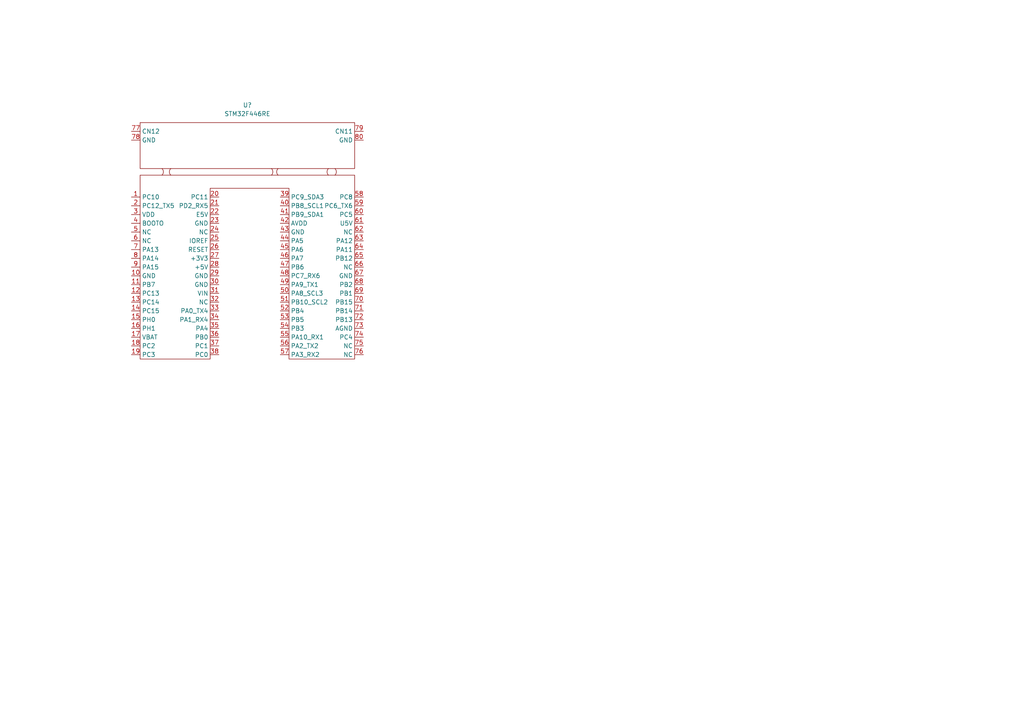
<source format=kicad_sch>
(kicad_sch (version 20211123) (generator eeschema)
  (paper "A4")
  (lib_symbols
    (symbol "STM32_F446RE:STM32F446RE"
      (property "Reference" "U" (at 0 0 0))
      (property "Value" "STM32F446RE" (at 0 0 0))
      (symbol "STM32F446RE_0_1"
        (arc (start -25.4 -17.78) (mid -25.0054 -16.8275) (end -25.4 -15.875))
        (arc (start -22.86 -15.875) (mid -23.2546 -16.8275) (end -22.86 -17.78))
        (polyline (pts (xy -31.75 -17.78) (xy 30.48 -17.78) (xy 30.48 -71.12) (xy 11.43 -71.12) (xy 11.43 -24.13) (xy 11.43 -21.59) (xy -11.43 -21.59) (xy -11.43 -71.12) (xy -31.75 -71.12) (xy -31.75 -17.78)))
        (arc (start 6.35 -17.78) (mid 6.7446 -16.8275) (end 6.35 -15.875))
        (arc (start 8.255 -15.875) (mid 7.8607 -16.8274) (end 8.255 -17.78))
        (arc (start 22.86 -15.875) (mid 20.5617 -16.8266) (end 22.86 -17.78))
        (arc (start 24.765 -17.78) (mid 27.064 -16.8266) (end 24.765 -15.875))
        (rectangle (start 30.48 -15.875) (end -31.75 -2.54))
      )
      (symbol "STM32F446RE_1_1"
        (pin input line (at -34.29 -24.13 0) (length 2.54) (name "PC10") (number "1"))
        (pin input line (at -34.29 -46.99 0) (length 2.54) (name "GND") (number "10"))
        (pin input line (at -34.29 -49.53 0) (length 2.54) (name "PB7") (number "11"))
        (pin input line (at -34.29 -52.07 0) (length 2.54) (name "PC13") (number "12"))
        (pin input line (at -34.29 -54.61 0) (length 2.54) (name "PC14") (number "13"))
        (pin input line (at -34.29 -57.15 0) (length 2.54) (name "PC15") (number "14"))
        (pin input line (at -34.29 -59.69 0) (length 2.54) (name "PH0") (number "15"))
        (pin input line (at -34.29 -62.23 0) (length 2.54) (name "PH1") (number "16"))
        (pin input line (at -34.29 -64.77 0) (length 2.54) (name "VBAT") (number "17"))
        (pin input line (at -34.29 -67.31 0) (length 2.54) (name "PC2") (number "18"))
        (pin input line (at -34.29 -69.85 0) (length 2.54) (name "PC3") (number "19"))
        (pin input line (at -34.29 -26.67 0) (length 2.54) (name "PC12_TX5") (number "2"))
        (pin input line (at -8.89 -24.13 180) (length 2.54) (name "PC11") (number "20"))
        (pin input line (at -8.89 -26.67 180) (length 2.54) (name "PD2_RX5") (number "21"))
        (pin input line (at -8.89 -29.21 180) (length 2.54) (name "E5V") (number "22"))
        (pin input line (at -8.89 -31.75 180) (length 2.54) (name "GND") (number "23"))
        (pin input line (at -8.89 -34.29 180) (length 2.54) (name "NC") (number "24"))
        (pin input line (at -8.89 -36.83 180) (length 2.54) (name "IOREF") (number "25"))
        (pin input line (at -8.89 -39.37 180) (length 2.54) (name "RESET") (number "26"))
        (pin input line (at -8.89 -41.91 180) (length 2.54) (name "+3V3") (number "27"))
        (pin input line (at -8.89 -44.45 180) (length 2.54) (name "+5V") (number "28"))
        (pin input line (at -8.89 -46.99 180) (length 2.54) (name "GND") (number "29"))
        (pin input line (at -34.29 -29.21 0) (length 2.54) (name "VDD") (number "3"))
        (pin input line (at -8.89 -49.53 180) (length 2.54) (name "GND") (number "30"))
        (pin input line (at -8.89 -52.07 180) (length 2.54) (name "VIN") (number "31"))
        (pin input line (at -8.89 -54.61 180) (length 2.54) (name "NC") (number "32"))
        (pin input line (at -8.89 -57.15 180) (length 2.54) (name "PA0_TX4") (number "33"))
        (pin input line (at -8.89 -59.69 180) (length 2.54) (name "PA1_RX4") (number "34"))
        (pin input line (at -8.89 -62.23 180) (length 2.54) (name "PA4") (number "35"))
        (pin input line (at -8.89 -64.77 180) (length 2.54) (name "PB0") (number "36"))
        (pin input line (at -8.89 -67.31 180) (length 2.54) (name "PC1") (number "37"))
        (pin input line (at -8.89 -69.85 180) (length 2.54) (name "PC0") (number "38"))
        (pin input line (at 8.89 -24.13 0) (length 2.54) (name "PC9_SDA3") (number "39"))
        (pin input line (at -34.29 -31.75 0) (length 2.54) (name "BOOTO") (number "4"))
        (pin input line (at 8.89 -26.67 0) (length 2.54) (name "PB8_SCL1") (number "40"))
        (pin input line (at 8.89 -29.21 0) (length 2.54) (name "PB9_SDA1") (number "41"))
        (pin input line (at 8.89 -31.75 0) (length 2.54) (name "AVDD") (number "42"))
        (pin input line (at 8.89 -34.29 0) (length 2.54) (name "GND") (number "43"))
        (pin input line (at 8.89 -36.83 0) (length 2.54) (name "PA5") (number "44"))
        (pin input line (at 8.89 -39.37 0) (length 2.54) (name "PA6") (number "45"))
        (pin input line (at 8.89 -41.91 0) (length 2.54) (name "PA7") (number "46"))
        (pin input line (at 8.89 -44.45 0) (length 2.54) (name "PB6") (number "47"))
        (pin input line (at 8.89 -46.99 0) (length 2.54) (name "PC7_RX6") (number "48"))
        (pin input line (at 8.89 -49.53 0) (length 2.54) (name "PA9_TX1") (number "49"))
        (pin input line (at -34.29 -34.29 0) (length 2.54) (name "NC") (number "5"))
        (pin input line (at 8.89 -52.07 0) (length 2.54) (name "PA8_SCL3") (number "50"))
        (pin input line (at 8.89 -54.61 0) (length 2.54) (name "PB10_SCL2") (number "51"))
        (pin input line (at 8.89 -57.15 0) (length 2.54) (name "PB4") (number "52"))
        (pin input line (at 8.89 -59.69 0) (length 2.54) (name "PB5") (number "53"))
        (pin input line (at 8.89 -62.23 0) (length 2.54) (name "PB3") (number "54"))
        (pin input line (at 8.89 -64.77 0) (length 2.54) (name "PA10_RX1") (number "55"))
        (pin input line (at 8.89 -67.31 0) (length 2.54) (name "PA2_TX2") (number "56"))
        (pin input line (at 8.89 -69.85 0) (length 2.54) (name "PA3_RX2") (number "57"))
        (pin input line (at 33.02 -24.13 180) (length 2.54) (name "PC8") (number "58"))
        (pin input line (at 33.02 -26.67 180) (length 2.54) (name "PC6_TX6") (number "59"))
        (pin input line (at -34.29 -36.83 0) (length 2.54) (name "NC") (number "6"))
        (pin input line (at 33.02 -29.21 180) (length 2.54) (name "PC5") (number "60"))
        (pin input line (at 33.02 -31.75 180) (length 2.54) (name "U5V") (number "61"))
        (pin input line (at 33.02 -34.29 180) (length 2.54) (name "NC") (number "62"))
        (pin input line (at 33.02 -36.83 180) (length 2.54) (name "PA12") (number "63"))
        (pin input line (at 33.02 -39.37 180) (length 2.54) (name "PA11") (number "64"))
        (pin input line (at 33.02 -41.91 180) (length 2.54) (name "PB12") (number "65"))
        (pin input line (at 33.02 -44.45 180) (length 2.54) (name "NC") (number "66"))
        (pin input line (at 33.02 -46.99 180) (length 2.54) (name "GND") (number "67"))
        (pin input line (at 33.02 -49.53 180) (length 2.54) (name "PB2") (number "68"))
        (pin input line (at 33.02 -52.07 180) (length 2.54) (name "PB1") (number "69"))
        (pin input line (at -34.29 -39.37 0) (length 2.54) (name "PA13") (number "7"))
        (pin input line (at 33.02 -54.61 180) (length 2.54) (name "PB15") (number "70"))
        (pin input line (at 33.02 -57.15 180) (length 2.54) (name "PB14") (number "71"))
        (pin input line (at 33.02 -59.69 180) (length 2.54) (name "PB13") (number "72"))
        (pin input line (at 33.02 -62.23 180) (length 2.54) (name "AGND") (number "73"))
        (pin input line (at 33.02 -64.77 180) (length 2.54) (name "PC4") (number "74"))
        (pin input line (at 33.02 -67.31 180) (length 2.54) (name "NC") (number "75"))
        (pin input line (at 33.02 -69.85 180) (length 2.54) (name "NC") (number "76"))
        (pin input line (at -34.29 -5.08 0) (length 2.54) (name "CN12") (number "77"))
        (pin input line (at -34.29 -7.62 0) (length 2.54) (name "GND") (number "78"))
        (pin input line (at 33.02 -5.08 180) (length 2.54) (name "CN11") (number "79"))
        (pin input line (at -34.29 -41.91 0) (length 2.54) (name "PA14") (number "8"))
        (pin input line (at 33.02 -7.62 180) (length 2.54) (name "GND") (number "80"))
        (pin input line (at -34.29 -44.45 0) (length 2.54) (name "PA15") (number "9"))
      )
    )
  )
  (symbol (lib_id "STM32_F446RE:STM32F446RE") (at 72.39 33.02 0) (unit 1)
    (property "Reference" "U?" (at 71.755 30.48 0))
    (property "Value" "STM32F446RE" (at 71.755 33.02 0))
  )
)
</source>
